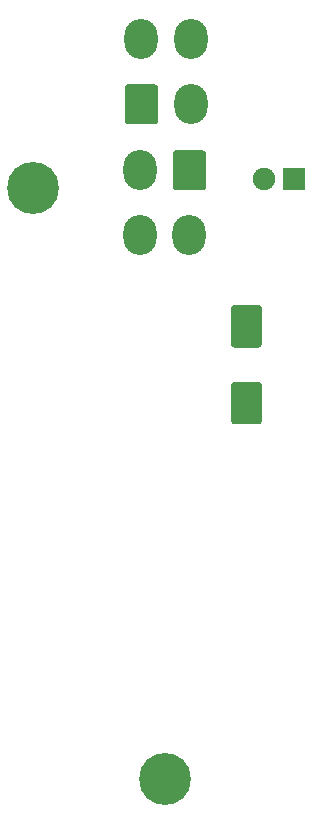
<source format=gbr>
G04 #@! TF.GenerationSoftware,KiCad,Pcbnew,(5.1.6)-1*
G04 #@! TF.CreationDate,2021-08-23T12:19:07+10:00*
G04 #@! TF.ProjectId,AV COOL PCB V2,41562043-4f4f-44c2-9050-43422056322e,rev?*
G04 #@! TF.SameCoordinates,Original*
G04 #@! TF.FileFunction,Soldermask,Bot*
G04 #@! TF.FilePolarity,Negative*
%FSLAX46Y46*%
G04 Gerber Fmt 4.6, Leading zero omitted, Abs format (unit mm)*
G04 Created by KiCad (PCBNEW (5.1.6)-1) date 2021-08-23 12:19:07*
%MOMM*%
%LPD*%
G01*
G04 APERTURE LIST*
%ADD10C,4.400000*%
%ADD11O,2.800000X3.400000*%
%ADD12C,1.900000*%
%ADD13R,1.900000X1.900000*%
G04 APERTURE END LIST*
D10*
G04 #@! TO.C,REF\u002A\u002A*
X238950519Y-107950010D03*
G04 #@! TD*
G04 #@! TO.C,REF\u002A\u002A*
X227838000Y-57912000D03*
G04 #@! TD*
D11*
G04 #@! TO.C,J2*
X236846000Y-61888000D03*
X241046000Y-61888000D03*
X236846000Y-56388000D03*
G36*
G01*
X242446000Y-54947260D02*
X242446000Y-57828740D01*
G75*
G02*
X242186740Y-58088000I-259260J0D01*
G01*
X239905260Y-58088000D01*
G75*
G02*
X239646000Y-57828740I0J259260D01*
G01*
X239646000Y-54947260D01*
G75*
G02*
X239905260Y-54688000I259260J0D01*
G01*
X242186740Y-54688000D01*
G75*
G02*
X242446000Y-54947260I0J-259260D01*
G01*
G37*
G04 #@! TD*
G04 #@! TO.C,J1*
X241182000Y-45300000D03*
X236982000Y-45300000D03*
X241182000Y-50800000D03*
G36*
G01*
X235582000Y-52240740D02*
X235582000Y-49359260D01*
G75*
G02*
X235841260Y-49100000I259260J0D01*
G01*
X238122740Y-49100000D01*
G75*
G02*
X238382000Y-49359260I0J-259260D01*
G01*
X238382000Y-52240740D01*
G75*
G02*
X238122740Y-52500000I-259260J0D01*
G01*
X235841260Y-52500000D01*
G75*
G02*
X235582000Y-52240740I0J259260D01*
G01*
G37*
G04 #@! TD*
D12*
G04 #@! TO.C,D1*
X247396000Y-57150000D03*
D13*
X249936000Y-57150000D03*
G04 #@! TD*
G04 #@! TO.C,C1*
G36*
G01*
X246912000Y-71396000D02*
X244832000Y-71396000D01*
G75*
G02*
X244572000Y-71136000I0J260000D01*
G01*
X244572000Y-68056000D01*
G75*
G02*
X244832000Y-67796000I260000J0D01*
G01*
X246912000Y-67796000D01*
G75*
G02*
X247172000Y-68056000I0J-260000D01*
G01*
X247172000Y-71136000D01*
G75*
G02*
X246912000Y-71396000I-260000J0D01*
G01*
G37*
G36*
G01*
X246912000Y-77896000D02*
X244832000Y-77896000D01*
G75*
G02*
X244572000Y-77636000I0J260000D01*
G01*
X244572000Y-74556000D01*
G75*
G02*
X244832000Y-74296000I260000J0D01*
G01*
X246912000Y-74296000D01*
G75*
G02*
X247172000Y-74556000I0J-260000D01*
G01*
X247172000Y-77636000D01*
G75*
G02*
X246912000Y-77896000I-260000J0D01*
G01*
G37*
G04 #@! TD*
M02*

</source>
